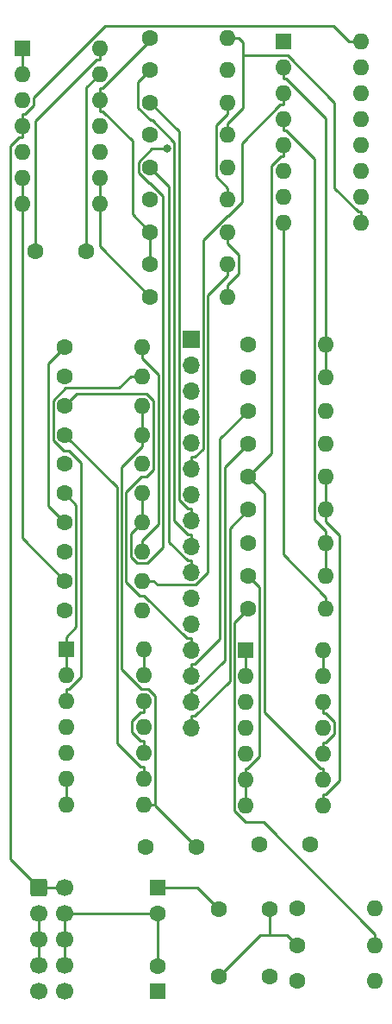
<source format=gbr>
%TF.GenerationSoftware,KiCad,Pcbnew,(6.0.0)*%
%TF.CreationDate,2022-10-17T09:45:21-04:00*%
%TF.ProjectId,ASVCA,41535643-412e-46b6-9963-61645f706362,rev?*%
%TF.SameCoordinates,Original*%
%TF.FileFunction,Copper,L1,Top*%
%TF.FilePolarity,Positive*%
%FSLAX46Y46*%
G04 Gerber Fmt 4.6, Leading zero omitted, Abs format (unit mm)*
G04 Created by KiCad (PCBNEW (6.0.0)) date 2022-10-17 09:45:21*
%MOMM*%
%LPD*%
G01*
G04 APERTURE LIST*
G04 Aperture macros list*
%AMRoundRect*
0 Rectangle with rounded corners*
0 $1 Rounding radius*
0 $2 $3 $4 $5 $6 $7 $8 $9 X,Y pos of 4 corners*
0 Add a 4 corners polygon primitive as box body*
4,1,4,$2,$3,$4,$5,$6,$7,$8,$9,$2,$3,0*
0 Add four circle primitives for the rounded corners*
1,1,$1+$1,$2,$3*
1,1,$1+$1,$4,$5*
1,1,$1+$1,$6,$7*
1,1,$1+$1,$8,$9*
0 Add four rect primitives between the rounded corners*
20,1,$1+$1,$2,$3,$4,$5,0*
20,1,$1+$1,$4,$5,$6,$7,0*
20,1,$1+$1,$6,$7,$8,$9,0*
20,1,$1+$1,$8,$9,$2,$3,0*%
G04 Aperture macros list end*
%TA.AperFunction,ComponentPad*%
%ADD10R,1.600000X1.600000*%
%TD*%
%TA.AperFunction,ComponentPad*%
%ADD11C,1.600000*%
%TD*%
%TA.AperFunction,ComponentPad*%
%ADD12O,1.600000X1.600000*%
%TD*%
%TA.AperFunction,ComponentPad*%
%ADD13RoundRect,0.250000X-0.600000X-0.600000X0.600000X-0.600000X0.600000X0.600000X-0.600000X0.600000X0*%
%TD*%
%TA.AperFunction,ComponentPad*%
%ADD14C,1.700000*%
%TD*%
%TA.AperFunction,ComponentPad*%
%ADD15R,1.700000X1.700000*%
%TD*%
%TA.AperFunction,ComponentPad*%
%ADD16O,1.700000X1.700000*%
%TD*%
%TA.AperFunction,ViaPad*%
%ADD17C,0.800000*%
%TD*%
%TA.AperFunction,Conductor*%
%ADD18C,0.250000*%
%TD*%
G04 APERTURE END LIST*
D10*
%TO.P,C1,1*%
%TO.N,+12V*%
X66675000Y-109284900D03*
D11*
%TO.P,C1,2*%
%TO.N,GND*%
X66675000Y-111784900D03*
%TD*%
%TO.P,R3,1*%
%TO.N,PosRef*%
X80391000Y-111252000D03*
D12*
%TO.P,R3,2*%
%TO.N,GND*%
X88011000Y-111252000D03*
%TD*%
D11*
%TO.P,R25,1*%
%TO.N,CVIN1*%
X75565000Y-65722500D03*
D12*
%TO.P,R25,2*%
%TO.N,Net-(R25-Pad2)*%
X83185000Y-65722500D03*
%TD*%
D11*
%TO.P,R30,1*%
%TO.N,GND*%
X75565000Y-56007000D03*
D12*
%TO.P,R30,2*%
%TO.N,in1*%
X83185000Y-56007000D03*
%TD*%
D11*
%TO.P,R10,1*%
%TO.N,Net-(R10-Pad1)*%
X57531000Y-79177400D03*
D12*
%TO.P,R10,2*%
%TO.N,in3b*%
X65151000Y-79177400D03*
%TD*%
D11*
%TO.P,R2,1*%
%TO.N,NegRef*%
X75565000Y-81915000D03*
D12*
%TO.P,R2,2*%
%TO.N,-12V*%
X83185000Y-81915000D03*
%TD*%
D11*
%TO.P,R24,1*%
%TO.N,INPUT1*%
X75565000Y-62484000D03*
D12*
%TO.P,R24,2*%
%TO.N,Net-(R24-Pad2)*%
X83185000Y-62484000D03*
%TD*%
D11*
%TO.P,R7,1*%
%TO.N,CVIN3*%
X65913000Y-29083000D03*
D12*
%TO.P,R7,2*%
%TO.N,Net-(R7-Pad2)*%
X73533000Y-29083000D03*
%TD*%
D11*
%TO.P,C3,1*%
%TO.N,+12V*%
X72684000Y-111379000D03*
%TO.P,C3,2*%
%TO.N,GND*%
X77684000Y-111379000D03*
%TD*%
%TO.P,R5,1*%
%TO.N,INPUT3a*%
X65913000Y-38608000D03*
D12*
%TO.P,R5,2*%
%TO.N,Net-(R5-Pad2)*%
X73533000Y-38608000D03*
%TD*%
D11*
%TO.P,R21,1*%
%TO.N,OUTPUT2*%
X57531000Y-61990100D03*
D12*
%TO.P,R21,2*%
%TO.N,Net-(C6-Pad2)*%
X65151000Y-61990100D03*
%TD*%
D11*
%TO.P,R18,1*%
%TO.N,Iout2*%
X57531000Y-64854700D03*
D12*
%TO.P,R18,2*%
%TO.N,Net-(C6-Pad2)*%
X65151000Y-64854700D03*
%TD*%
D11*
%TO.P,R31,1*%
%TO.N,GND*%
X75565000Y-75438000D03*
D12*
%TO.P,R31,2*%
%TO.N,VCntrl1*%
X83185000Y-75438000D03*
%TD*%
D11*
%TO.P,R4,1*%
%TO.N,GND*%
X80391000Y-114935000D03*
D12*
%TO.P,R4,2*%
%TO.N,NegRef*%
X88011000Y-114935000D03*
%TD*%
D13*
%TO.P,J1,1,Pin_1*%
%TO.N,+12V*%
X55000500Y-109220000D03*
D14*
%TO.P,J1,2,Pin_2*%
X57540500Y-109220000D03*
%TO.P,J1,3,Pin_3*%
%TO.N,GND*%
X55000500Y-111760000D03*
%TO.P,J1,4,Pin_4*%
X57540500Y-111760000D03*
%TO.P,J1,5,Pin_5*%
X55000500Y-114300000D03*
%TO.P,J1,6,Pin_6*%
X57540500Y-114300000D03*
%TO.P,J1,7,Pin_7*%
X55000500Y-116840000D03*
%TO.P,J1,8,Pin_8*%
X57540500Y-116840000D03*
%TO.P,J1,9,Pin_9*%
%TO.N,-12V*%
X55000500Y-119380000D03*
%TO.P,J1,10,Pin_10*%
X57540500Y-119380000D03*
%TD*%
D10*
%TO.P,U2,1*%
%TO.N,Net-(R9-Pad1)*%
X53350000Y-26919000D03*
D12*
%TO.P,U2,2,-*%
X53350000Y-29459000D03*
%TO.P,U2,3,+*%
%TO.N,Net-(R5-Pad2)*%
X53350000Y-31999000D03*
%TO.P,U2,4,V+*%
%TO.N,+12V*%
X53350000Y-34539000D03*
%TO.P,U2,5,+*%
%TO.N,Net-(R6-Pad2)*%
X53350000Y-37079000D03*
%TO.P,U2,6,-*%
%TO.N,Net-(R10-Pad1)*%
X53350000Y-39619000D03*
%TO.P,U2,7*%
X53350000Y-42159000D03*
%TO.P,U2,8*%
%TO.N,Net-(R11-Pad1)*%
X60970000Y-42159000D03*
%TO.P,U2,9,-*%
X60970000Y-39619000D03*
%TO.P,U2,10,+*%
%TO.N,Net-(R7-Pad2)*%
X60970000Y-37079000D03*
%TO.P,U2,11,V-*%
%TO.N,-12V*%
X60970000Y-34539000D03*
%TO.P,U2,12,+*%
%TO.N,GND*%
X60970000Y-31999000D03*
%TO.P,U2,13,-*%
%TO.N,Iout3*%
X60970000Y-29459000D03*
%TO.P,U2,14*%
%TO.N,Net-(C5-Pad2)*%
X60970000Y-26919000D03*
%TD*%
D11*
%TO.P,R15,1*%
%TO.N,GND*%
X65913000Y-44958000D03*
D12*
%TO.P,R15,2*%
%TO.N,VCntrl3*%
X73533000Y-44958000D03*
%TD*%
D11*
%TO.P,R6,1*%
%TO.N,INPUT3b*%
X57531000Y-67719200D03*
D12*
%TO.P,R6,2*%
%TO.N,Net-(R6-Pad2)*%
X65151000Y-67719200D03*
%TD*%
D11*
%TO.P,R19,1*%
%TO.N,Net-(R19-Pad1)*%
X57531000Y-70583800D03*
D12*
%TO.P,R19,2*%
%TO.N,in2*%
X65151000Y-70583800D03*
%TD*%
D11*
%TO.P,C5,1*%
%TO.N,Iout3*%
X59650000Y-46863000D03*
%TO.P,C5,2*%
%TO.N,Net-(C5-Pad2)*%
X54650000Y-46863000D03*
%TD*%
%TO.P,C4,1*%
%TO.N,GND*%
X72684000Y-117983000D03*
%TO.P,C4,2*%
%TO.N,-12V*%
X77684000Y-117983000D03*
%TD*%
%TO.P,R9,1*%
%TO.N,Net-(R9-Pad1)*%
X65913000Y-35433000D03*
D12*
%TO.P,R9,2*%
%TO.N,in3a*%
X73533000Y-35433000D03*
%TD*%
D10*
%TO.P,C2,1*%
%TO.N,-12V*%
X66675000Y-119442100D03*
D11*
%TO.P,C2,2*%
%TO.N,GND*%
X66675000Y-116942100D03*
%TD*%
%TO.P,R27,1*%
%TO.N,Net-(R27-Pad1)*%
X75565000Y-59245500D03*
D12*
%TO.P,R27,2*%
%TO.N,in1*%
X83185000Y-59245500D03*
%TD*%
D11*
%TO.P,R17,1*%
%TO.N,CVIN2*%
X57531000Y-82042000D03*
D12*
%TO.P,R17,2*%
%TO.N,Net-(R17-Pad2)*%
X65151000Y-82042000D03*
%TD*%
D11*
%TO.P,R28,1*%
%TO.N,Net-(R28-Pad1)*%
X75565000Y-78676500D03*
D12*
%TO.P,R28,2*%
%TO.N,VCntrl1*%
X83185000Y-78676500D03*
%TD*%
D10*
%TO.P,U3,1*%
%TO.N,Net-(R19-Pad1)*%
X57668000Y-85847000D03*
D12*
%TO.P,U3,2,-*%
X57668000Y-88387000D03*
%TO.P,U3,3,+*%
%TO.N,Net-(R16-Pad2)*%
X57668000Y-90927000D03*
%TO.P,U3,4*%
%TO.N,N/C*%
X57668000Y-93467000D03*
%TO.P,U3,5,+*%
%TO.N,Net-(R17-Pad2)*%
X57668000Y-96007000D03*
%TO.P,U3,6,-*%
%TO.N,Net-(R20-Pad1)*%
X57668000Y-98547000D03*
%TO.P,U3,7*%
X57668000Y-101087000D03*
%TO.P,U3,8*%
%TO.N,Net-(C6-Pad2)*%
X65288000Y-101087000D03*
%TO.P,U3,9,-*%
%TO.N,Iout2*%
X65288000Y-98547000D03*
%TO.P,U3,10,+*%
%TO.N,GND*%
X65288000Y-96007000D03*
%TO.P,U3,11*%
%TO.N,N/C*%
X65288000Y-93467000D03*
%TO.P,U3,12,+*%
%TO.N,GND*%
X65288000Y-90927000D03*
%TO.P,U3,13,-*%
%TO.N,Net-(U3-Pad13)*%
X65288000Y-88387000D03*
%TO.P,U3,14*%
X65288000Y-85847000D03*
%TD*%
D11*
%TO.P,C6,1*%
%TO.N,Iout2*%
X65445000Y-105283000D03*
%TO.P,C6,2*%
%TO.N,Net-(C6-Pad2)*%
X70445000Y-105283000D03*
%TD*%
%TO.P,R20,1*%
%TO.N,Net-(R20-Pad1)*%
X57531000Y-76312900D03*
D12*
%TO.P,R20,2*%
%TO.N,VCntrl2*%
X65151000Y-76312900D03*
%TD*%
D11*
%TO.P,R26,1*%
%TO.N,Iout1*%
X75565000Y-68961000D03*
D12*
%TO.P,R26,2*%
%TO.N,Net-(C7-Pad2)*%
X83185000Y-68961000D03*
%TD*%
D11*
%TO.P,R12,1*%
%TO.N,OUTPUT3*%
X65913000Y-32258000D03*
D12*
%TO.P,R12,2*%
%TO.N,Net-(C5-Pad2)*%
X73533000Y-32258000D03*
%TD*%
D11*
%TO.P,R14,1*%
%TO.N,GND*%
X65913000Y-48133000D03*
D12*
%TO.P,R14,2*%
%TO.N,in3b*%
X73533000Y-48133000D03*
%TD*%
D10*
%TO.P,U1,1,GND*%
%TO.N,GND*%
X79004000Y-26279000D03*
D12*
%TO.P,U1,2,In1*%
%TO.N,in1*%
X79004000Y-28819000D03*
%TO.P,U1,3,CVMix1*%
%TO.N,to_CVMix1*%
X79004000Y-31359000D03*
%TO.P,U1,4,Vcntrl1*%
%TO.N,VCntrl1*%
X79004000Y-33899000D03*
%TO.P,U1,5,Iout1*%
%TO.N,Iout1*%
X79004000Y-36439000D03*
%TO.P,U1,6,Iout3*%
%TO.N,Iout3*%
X79004000Y-38979000D03*
%TO.P,U1,7,Vcntrl3*%
%TO.N,VCntrl3*%
X79004000Y-41519000D03*
%TO.P,U1,8,VEE*%
%TO.N,-12V*%
X79004000Y-44059000D03*
%TO.P,U1,9,In3a*%
%TO.N,in3a*%
X86624000Y-44059000D03*
%TO.P,U1,10,In3b*%
%TO.N,in3b*%
X86624000Y-41519000D03*
%TO.P,U1,11,CVMix3*%
%TO.N,to_CVMix3*%
X86624000Y-38979000D03*
%TO.P,U1,12,Iout2*%
%TO.N,Iout2*%
X86624000Y-36439000D03*
%TO.P,U1,13,Vcntrl2*%
%TO.N,VCntrl2*%
X86624000Y-33899000D03*
%TO.P,U1,14,CVMix2*%
%TO.N,to_CVMix2*%
X86624000Y-31359000D03*
%TO.P,U1,15,In2*%
%TO.N,in2*%
X86624000Y-28819000D03*
%TO.P,U1,16,VCC*%
%TO.N,+12V*%
X86624000Y-26279000D03*
%TD*%
D11*
%TO.P,R8,1*%
%TO.N,Iout3*%
X65913000Y-41783000D03*
D12*
%TO.P,R8,2*%
%TO.N,Net-(C5-Pad2)*%
X73533000Y-41783000D03*
%TD*%
D15*
%TO.P,J12,1,Pin_1*%
%TO.N,GND*%
X69977000Y-55499000D03*
D16*
%TO.P,J12,2,Pin_2*%
%TO.N,PosRef*%
X69977000Y-58039000D03*
%TO.P,J12,3,Pin_3*%
%TO.N,NegRef*%
X69977000Y-60579000D03*
%TO.P,J12,4,Pin_4*%
%TO.N,to_CVMix3*%
X69977000Y-63119000D03*
%TO.P,J12,5,Pin_5*%
%TO.N,to_CVMix2*%
X69977000Y-65659000D03*
%TO.P,J12,6,Pin_6*%
%TO.N,to_CVMix1*%
X69977000Y-68199000D03*
%TO.P,J12,7,Pin_7*%
%TO.N,INPUT3b*%
X69977000Y-70739000D03*
%TO.P,J12,8,Pin_8*%
%TO.N,OUTPUT3*%
X69977000Y-73279000D03*
%TO.P,J12,9,Pin_9*%
%TO.N,CVIN3*%
X69977000Y-75819000D03*
%TO.P,J12,10,Pin_10*%
%TO.N,INPUT3a*%
X69977000Y-78359000D03*
%TO.P,J12,11,Pin_11*%
%TO.N,INPUT2*%
X69977000Y-80899000D03*
%TO.P,J12,12,Pin_12*%
%TO.N,CVIN2*%
X69977000Y-83439000D03*
%TO.P,J12,13,Pin_13*%
%TO.N,OUTPUT2*%
X69977000Y-85979000D03*
%TO.P,J12,14,Pin_14*%
%TO.N,INPUT1*%
X69977000Y-88519000D03*
%TO.P,J12,15,Pin_15*%
%TO.N,CVIN1*%
X69977000Y-91059000D03*
%TO.P,J12,16,Pin_16*%
%TO.N,OUTPUT1*%
X69977000Y-93599000D03*
%TD*%
D11*
%TO.P,R22,1*%
%TO.N,GND*%
X57531000Y-73448300D03*
D12*
%TO.P,R22,2*%
%TO.N,in2*%
X65151000Y-73448300D03*
%TD*%
D11*
%TO.P,C7,1*%
%TO.N,Iout1*%
X76621000Y-105029000D03*
%TO.P,C7,2*%
%TO.N,Net-(C7-Pad2)*%
X81621000Y-105029000D03*
%TD*%
%TO.P,R29,1*%
%TO.N,OUTPUT1*%
X75565000Y-72199500D03*
D12*
%TO.P,R29,2*%
%TO.N,Net-(C7-Pad2)*%
X83185000Y-72199500D03*
%TD*%
D11*
%TO.P,R1,1*%
%TO.N,+12V*%
X80391000Y-118364000D03*
D12*
%TO.P,R1,2*%
%TO.N,PosRef*%
X88011000Y-118364000D03*
%TD*%
D11*
%TO.P,R16,1*%
%TO.N,INPUT2*%
X57531000Y-59125600D03*
D12*
%TO.P,R16,2*%
%TO.N,Net-(R16-Pad2)*%
X65151000Y-59125600D03*
%TD*%
D11*
%TO.P,R11,1*%
%TO.N,Net-(R11-Pad1)*%
X65913000Y-51308000D03*
D12*
%TO.P,R11,2*%
%TO.N,VCntrl3*%
X73533000Y-51308000D03*
%TD*%
D11*
%TO.P,R23,1*%
%TO.N,GND*%
X57531000Y-56261000D03*
D12*
%TO.P,R23,2*%
%TO.N,VCntrl2*%
X65151000Y-56261000D03*
%TD*%
D10*
%TO.P,U4,1*%
%TO.N,Net-(R27-Pad1)*%
X75321000Y-85974000D03*
D12*
%TO.P,U4,2,-*%
X75321000Y-88514000D03*
%TO.P,U4,3,+*%
%TO.N,Net-(R24-Pad2)*%
X75321000Y-91054000D03*
%TO.P,U4,4*%
%TO.N,N/C*%
X75321000Y-93594000D03*
%TO.P,U4,5,+*%
%TO.N,Net-(R25-Pad2)*%
X75321000Y-96134000D03*
%TO.P,U4,6,-*%
%TO.N,Net-(R28-Pad1)*%
X75321000Y-98674000D03*
%TO.P,U4,7*%
X75321000Y-101214000D03*
%TO.P,U4,8*%
%TO.N,Net-(C7-Pad2)*%
X82941000Y-101214000D03*
%TO.P,U4,9,-*%
%TO.N,Iout1*%
X82941000Y-98674000D03*
%TO.P,U4,10,+*%
%TO.N,GND*%
X82941000Y-96134000D03*
%TO.P,U4,11*%
%TO.N,N/C*%
X82941000Y-93594000D03*
%TO.P,U4,12,+*%
%TO.N,GND*%
X82941000Y-91054000D03*
%TO.P,U4,13,-*%
%TO.N,Net-(U4-Pad13)*%
X82941000Y-88514000D03*
%TO.P,U4,14*%
X82941000Y-85974000D03*
%TD*%
D11*
%TO.P,R13,1*%
%TO.N,GND*%
X65913000Y-25908000D03*
D12*
%TO.P,R13,2*%
%TO.N,in3a*%
X73533000Y-25908000D03*
%TD*%
D17*
%TO.N,in2*%
X67591800Y-36794900D03*
%TD*%
D18*
%TO.N,+12V*%
X53350000Y-34539000D02*
X53350000Y-33413700D01*
X55000500Y-109220000D02*
X57540500Y-109220000D01*
X54475300Y-31784700D02*
X54475300Y-32569800D01*
X86624000Y-26279000D02*
X85498700Y-26279000D01*
X52221900Y-106441400D02*
X55000500Y-109220000D01*
X53350000Y-35664300D02*
X53068700Y-35664300D01*
X83953300Y-24733600D02*
X61526400Y-24733600D01*
X53631400Y-33413700D02*
X53350000Y-33413700D01*
X53068700Y-35664300D02*
X52221900Y-36511100D01*
X54475300Y-32569800D02*
X53631400Y-33413700D01*
X70589900Y-109284900D02*
X72684000Y-111379000D01*
X61526400Y-24733600D02*
X54475300Y-31784700D01*
X53350000Y-34539000D02*
X53350000Y-35664300D01*
X66675000Y-109284900D02*
X70589900Y-109284900D01*
X85498700Y-26279000D02*
X83953300Y-24733600D01*
X52221900Y-36511100D02*
X52221900Y-106441400D01*
%TO.N,GND*%
X61251300Y-30873700D02*
X60970000Y-30873700D01*
X55939400Y-71856700D02*
X57531000Y-73448300D01*
X82941000Y-96134000D02*
X82941000Y-95008700D01*
X65913000Y-26212000D02*
X61251300Y-30873700D01*
X60970000Y-31999000D02*
X60970000Y-33124300D01*
X57540500Y-116840000D02*
X57540500Y-114300000D01*
X64184700Y-43229700D02*
X64184700Y-36057600D01*
X77684000Y-113914700D02*
X77684000Y-111379000D01*
X57565400Y-114275100D02*
X57565400Y-111784900D01*
X65913000Y-44958000D02*
X64184700Y-43229700D01*
X77684000Y-113914700D02*
X79370700Y-113914700D01*
X72684000Y-117983000D02*
X76752300Y-113914700D01*
X57531000Y-56261000D02*
X55939400Y-57852600D01*
X55939400Y-57852600D02*
X55939400Y-71856700D01*
X64162700Y-94037700D02*
X64162700Y-92896200D01*
X65006600Y-92052300D02*
X65288000Y-92052300D01*
X55000500Y-114300000D02*
X55000500Y-111760000D01*
X82941000Y-91054000D02*
X82941000Y-92179300D01*
X83222400Y-95008700D02*
X82941000Y-95008700D01*
X57565400Y-111784900D02*
X57540500Y-111760000D01*
X66675000Y-111784900D02*
X57565400Y-111784900D01*
X84066300Y-94164800D02*
X83222400Y-95008700D01*
X82941000Y-92179300D02*
X83222300Y-92179300D01*
X65006700Y-94881700D02*
X64162700Y-94037700D01*
X79370700Y-113914700D02*
X80391000Y-114935000D01*
X64162700Y-92896200D02*
X65006600Y-92052300D01*
X65288000Y-90927000D02*
X65288000Y-92052300D01*
X55000500Y-116840000D02*
X55000500Y-114300000D01*
X57540500Y-114300000D02*
X57565400Y-114275100D01*
X65913000Y-48133000D02*
X65913000Y-44958000D01*
X65288000Y-96007000D02*
X65288000Y-94881700D01*
X65913000Y-25908000D02*
X65913000Y-26212000D01*
X83222300Y-92179300D02*
X84066300Y-93023300D01*
X65288000Y-94881700D02*
X65006700Y-94881700D01*
X60970000Y-31999000D02*
X60970000Y-30873700D01*
X66675000Y-116942100D02*
X66675000Y-111784900D01*
X64184700Y-36057600D02*
X61251400Y-33124300D01*
X76752300Y-113914700D02*
X77684000Y-113914700D01*
X84066300Y-93023300D02*
X84066300Y-94164800D01*
X61251400Y-33124300D02*
X60970000Y-33124300D01*
%TO.N,-12V*%
X79004000Y-44059000D02*
X79004000Y-76608700D01*
X79004000Y-76608700D02*
X83185000Y-80789700D01*
X83185000Y-81915000D02*
X83185000Y-80789700D01*
%TO.N,Iout3*%
X59650000Y-30779000D02*
X59650000Y-46863000D01*
X60970000Y-29459000D02*
X59650000Y-30779000D01*
%TO.N,Net-(C5-Pad2)*%
X72407700Y-34508600D02*
X72407700Y-39532400D01*
X60688700Y-28044300D02*
X60970000Y-28044300D01*
X54650000Y-46863000D02*
X54650000Y-34083000D01*
X72407700Y-39532400D02*
X73533000Y-40657700D01*
X73533000Y-33383300D02*
X72407700Y-34508600D01*
X73533000Y-41783000D02*
X73533000Y-40657700D01*
X54650000Y-34083000D02*
X60688700Y-28044300D01*
X73533000Y-32258000D02*
X73533000Y-33383300D01*
X60970000Y-26919000D02*
X60970000Y-28044300D01*
%TO.N,Iout2*%
X65288000Y-98547000D02*
X65288000Y-97421700D01*
X62674800Y-95089800D02*
X65006700Y-97421700D01*
X62674800Y-69998500D02*
X62674800Y-95089800D01*
X57531000Y-64854700D02*
X62674800Y-69998500D01*
X65006700Y-97421700D02*
X65288000Y-97421700D01*
%TO.N,Net-(C6-Pad2)*%
X65063400Y-89790100D02*
X65764500Y-89790100D01*
X65764500Y-89790100D02*
X66413300Y-90438900D01*
X65151000Y-65980000D02*
X63125100Y-68005900D01*
X65151000Y-61990100D02*
X65151000Y-64854700D01*
X70445000Y-105283000D02*
X66413300Y-101251300D01*
X63125100Y-68005900D02*
X63125100Y-87851800D01*
X65151000Y-64854700D02*
X65151000Y-65980000D01*
X63125100Y-87851800D02*
X65063400Y-89790100D01*
X66413300Y-90438900D02*
X66413300Y-101087000D01*
X65288000Y-101087000D02*
X66413300Y-101087000D01*
X66413300Y-101251300D02*
X66413300Y-101087000D01*
%TO.N,Iout1*%
X78811200Y-37564300D02*
X79004000Y-37564300D01*
X77146600Y-92035600D02*
X82659700Y-97548700D01*
X75565000Y-68961000D02*
X77146600Y-70542600D01*
X75565000Y-68961000D02*
X77878700Y-66647300D01*
X77146600Y-70542600D02*
X77146600Y-92035600D01*
X79004000Y-36439000D02*
X79004000Y-37564300D01*
X82941000Y-98674000D02*
X82941000Y-97548700D01*
X77878700Y-38496800D02*
X78811200Y-37564300D01*
X82659700Y-97548700D02*
X82941000Y-97548700D01*
X77878700Y-66647300D02*
X77878700Y-38496800D01*
%TO.N,Net-(C7-Pad2)*%
X83222300Y-100088700D02*
X84534800Y-98776200D01*
X83185000Y-72199500D02*
X83185000Y-73324800D01*
X82941000Y-100088700D02*
X83222300Y-100088700D01*
X84534800Y-74674600D02*
X83185000Y-73324800D01*
X84534800Y-98776200D02*
X84534800Y-74674600D01*
X83185000Y-68961000D02*
X83185000Y-72199500D01*
X82941000Y-101214000D02*
X82941000Y-100088700D01*
%TO.N,NegRef*%
X75339100Y-102861300D02*
X77062600Y-102861300D01*
X75565000Y-81915000D02*
X74195600Y-83284400D01*
X77062600Y-102861300D02*
X88011000Y-113809700D01*
X88011000Y-114935000D02*
X88011000Y-113809700D01*
X74195600Y-83284400D02*
X74195600Y-101717800D01*
X74195600Y-101717800D02*
X75339100Y-102861300D01*
%TO.N,INPUT3a*%
X67775600Y-75349600D02*
X69609700Y-77183700D01*
X69977000Y-78359000D02*
X69977000Y-77183700D01*
X65913000Y-38608000D02*
X67775600Y-40470600D01*
X67775600Y-40470600D02*
X67775600Y-75349600D01*
X69609700Y-77183700D02*
X69977000Y-77183700D01*
%TO.N,CVIN3*%
X68317100Y-36203100D02*
X66134300Y-34020300D01*
X68317100Y-73311700D02*
X68317100Y-36203100D01*
X69649100Y-74643700D02*
X68317100Y-73311700D01*
X69977000Y-74643700D02*
X69649100Y-74643700D01*
X66134300Y-34020300D02*
X66005200Y-34020300D01*
X64761100Y-32776200D02*
X64761100Y-30234900D01*
X64761100Y-30234900D02*
X65913000Y-29083000D01*
X69977000Y-75819000D02*
X69977000Y-74643700D01*
X66005200Y-34020300D02*
X64761100Y-32776200D01*
%TO.N,in3a*%
X75075900Y-32764800D02*
X73533000Y-34307700D01*
X79458600Y-27672100D02*
X84065100Y-32278600D01*
X73533000Y-25908000D02*
X74658300Y-25908000D01*
X86624000Y-44059000D02*
X86624000Y-42933700D01*
X75075900Y-27672100D02*
X79458600Y-27672100D01*
X84065100Y-32278600D02*
X84065100Y-40637300D01*
X73533000Y-35433000D02*
X73533000Y-34307700D01*
X74658300Y-25908000D02*
X75075900Y-26325600D01*
X86361500Y-42933700D02*
X86624000Y-42933700D01*
X75075900Y-26325600D02*
X75075900Y-27672100D01*
X84065100Y-40637300D02*
X86361500Y-42933700D01*
X75075900Y-27672100D02*
X75075900Y-32764800D01*
%TO.N,Net-(R9-Pad1)*%
X53350000Y-26919000D02*
X53350000Y-29459000D01*
%TO.N,in3b*%
X71605800Y-51185500D02*
X73533000Y-49258300D01*
X73533000Y-48133000D02*
X73533000Y-49258300D01*
X70427000Y-79572500D02*
X71605800Y-78393700D01*
X71605800Y-78393700D02*
X71605800Y-51185500D01*
X66276300Y-79177400D02*
X66671400Y-79572500D01*
X65151000Y-79177400D02*
X66276300Y-79177400D01*
X66671400Y-79572500D02*
X70427000Y-79572500D01*
%TO.N,Net-(R10-Pad1)*%
X53350000Y-74996400D02*
X57531000Y-79177400D01*
X53350000Y-42159000D02*
X53350000Y-74996400D01*
X53350000Y-39619000D02*
X53350000Y-42159000D01*
%TO.N,VCntrl3*%
X73533000Y-44958000D02*
X73533000Y-46083300D01*
X73533000Y-51308000D02*
X73533000Y-50182700D01*
X74658300Y-49057400D02*
X73533000Y-50182700D01*
X73533000Y-46083300D02*
X74658300Y-47208600D01*
X74658300Y-47208600D02*
X74658300Y-49057400D01*
%TO.N,Net-(R11-Pad1)*%
X60970000Y-43284300D02*
X60970000Y-46365000D01*
X60970000Y-46365000D02*
X65913000Y-51308000D01*
X60970000Y-39619000D02*
X60970000Y-42159000D01*
X60970000Y-42159000D02*
X60970000Y-43284300D01*
%TO.N,OUTPUT3*%
X69648900Y-72103700D02*
X68767400Y-71222200D01*
X68767400Y-35112400D02*
X65913000Y-32258000D01*
X68767400Y-71222200D02*
X68767400Y-35112400D01*
X69977000Y-72103700D02*
X69648900Y-72103700D01*
X69977000Y-73279000D02*
X69977000Y-72103700D01*
%TO.N,Net-(R16-Pad2)*%
X57949300Y-89801700D02*
X57668000Y-89801700D01*
X57668000Y-90927000D02*
X57668000Y-89801700D01*
X59139400Y-88611600D02*
X57949300Y-89801700D01*
X57446500Y-66446100D02*
X57966000Y-66446100D01*
X65151000Y-59125600D02*
X64025700Y-59125600D01*
X57966000Y-66446100D02*
X59139400Y-67619500D01*
X56389800Y-61516300D02*
X56389800Y-65389400D01*
X57655200Y-60250900D02*
X56389800Y-61516300D01*
X64025700Y-59125600D02*
X62900400Y-60250900D01*
X59139400Y-67619500D02*
X59139400Y-88611600D01*
X56389800Y-65389400D02*
X57446500Y-66446100D01*
X62900400Y-60250900D02*
X57655200Y-60250900D01*
%TO.N,in2*%
X65918800Y-40171700D02*
X67177500Y-41430400D01*
X66087900Y-36794900D02*
X64787600Y-38095200D01*
X64787600Y-39111300D02*
X65848000Y-40171700D01*
X64640100Y-77450300D02*
X64025700Y-76835900D01*
X67177500Y-41430400D02*
X67177500Y-75888100D01*
X65151000Y-73448300D02*
X65151000Y-70583800D01*
X67591800Y-36794900D02*
X66087900Y-36794900D01*
X67177500Y-75888100D02*
X65615300Y-77450300D01*
X65615300Y-77450300D02*
X64640100Y-77450300D01*
X64787600Y-38095200D02*
X64787600Y-39111300D01*
X64025700Y-76835900D02*
X64025700Y-74573600D01*
X64025700Y-74573600D02*
X65151000Y-73448300D01*
X65848000Y-40171700D02*
X65918800Y-40171700D01*
%TO.N,Net-(R19-Pad1)*%
X57668000Y-88387000D02*
X57668000Y-85847000D01*
X58665400Y-83724300D02*
X57668000Y-84721700D01*
X57531000Y-70583800D02*
X58665400Y-71718200D01*
X57668000Y-85847000D02*
X57668000Y-84721700D01*
X58665400Y-71718200D02*
X58665400Y-83724300D01*
%TO.N,VCntrl2*%
X65151000Y-76312900D02*
X65151000Y-75187600D01*
X65151000Y-57386300D02*
X66727100Y-58962400D01*
X66727100Y-73611500D02*
X65151000Y-75187600D01*
X66727100Y-58962400D02*
X66727100Y-73611500D01*
X65151000Y-56261000D02*
X65151000Y-57386300D01*
%TO.N,Net-(R20-Pad1)*%
X57668000Y-101087000D02*
X57668000Y-98547000D01*
%TO.N,OUTPUT2*%
X69541800Y-84803700D02*
X69977000Y-84803700D01*
X65347800Y-80609700D02*
X69541800Y-84803700D01*
X66276300Y-61518100D02*
X66276300Y-68253600D01*
X65095800Y-68992300D02*
X63575400Y-70512700D01*
X58676400Y-60844700D02*
X65602900Y-60844700D01*
X63575400Y-70512700D02*
X63575400Y-79250200D01*
X64934900Y-80609700D02*
X65347800Y-80609700D01*
X69977000Y-85979000D02*
X69977000Y-84803700D01*
X57531000Y-61990100D02*
X58676400Y-60844700D01*
X65602900Y-60844700D02*
X66276300Y-61518100D01*
X66276300Y-68253600D02*
X65537600Y-68992300D01*
X65537600Y-68992300D02*
X65095800Y-68992300D01*
X63575400Y-79250200D02*
X64934900Y-80609700D01*
%TO.N,INPUT1*%
X75565000Y-62484000D02*
X72781400Y-65267600D01*
X72781400Y-84836900D02*
X70274600Y-87343700D01*
X72781400Y-65267600D02*
X72781400Y-84836900D01*
X70274600Y-87343700D02*
X69977000Y-87343700D01*
X69977000Y-88519000D02*
X69977000Y-87343700D01*
%TO.N,in1*%
X83185000Y-33844000D02*
X83185000Y-56007000D01*
X79285300Y-29944300D02*
X83185000Y-33844000D01*
X83185000Y-56007000D02*
X83185000Y-59245500D01*
X79004000Y-29944300D02*
X79285300Y-29944300D01*
X79004000Y-28819000D02*
X79004000Y-29944300D01*
%TO.N,Net-(R27-Pad1)*%
X75321000Y-88514000D02*
X75321000Y-85974000D01*
%TO.N,VCntrl1*%
X79004000Y-35024300D02*
X79285300Y-35024300D01*
X79004000Y-33899000D02*
X79004000Y-35024300D01*
X83185000Y-75438000D02*
X83185000Y-78676500D01*
X79285300Y-35024300D02*
X82059700Y-37798700D01*
X82059700Y-73187400D02*
X83185000Y-74312700D01*
X82059700Y-37798700D02*
X82059700Y-73187400D01*
X83185000Y-75438000D02*
X83185000Y-74312700D01*
%TO.N,Net-(R28-Pad1)*%
X75565000Y-78676500D02*
X76696200Y-79807700D01*
X75321000Y-101214000D02*
X75321000Y-98674000D01*
X75497900Y-97548700D02*
X75321000Y-97548700D01*
X76696200Y-79807700D02*
X76696200Y-96350400D01*
X76696200Y-96350400D02*
X75497900Y-97548700D01*
X75321000Y-98674000D02*
X75321000Y-97548700D01*
%TO.N,OUTPUT1*%
X73745200Y-89022800D02*
X70344300Y-92423700D01*
X69977000Y-93599000D02*
X69977000Y-92423700D01*
X75565000Y-72199500D02*
X73745200Y-74019300D01*
X73745200Y-74019300D02*
X73745200Y-89022800D01*
X70344300Y-92423700D02*
X69977000Y-92423700D01*
%TO.N,to_CVMix1*%
X71152300Y-45714200D02*
X71152300Y-66215800D01*
X79004000Y-32484300D02*
X78722700Y-32484300D01*
X74972400Y-36234600D02*
X74972400Y-42017400D01*
X71152300Y-66215800D02*
X70344400Y-67023700D01*
X73619300Y-43370500D02*
X73496000Y-43370500D01*
X78722700Y-32484300D02*
X74972400Y-36234600D01*
X73496000Y-43370500D02*
X71152300Y-45714200D01*
X79004000Y-31359000D02*
X79004000Y-32484300D01*
X70344400Y-67023700D02*
X69977000Y-67023700D01*
X74972400Y-42017400D02*
X73619300Y-43370500D01*
X69977000Y-68199000D02*
X69977000Y-67023700D01*
%TO.N,Net-(U3-Pad13)*%
X65288000Y-85847000D02*
X65288000Y-88387000D01*
%TO.N,Net-(U4-Pad13)*%
X82941000Y-85974000D02*
X82941000Y-88514000D01*
%TO.N,CVIN1*%
X69977000Y-91059000D02*
X69977000Y-89883700D01*
X73246100Y-86981900D02*
X70344300Y-89883700D01*
X75565000Y-65722500D02*
X73246100Y-68041400D01*
X73246100Y-68041400D02*
X73246100Y-86981900D01*
X70344300Y-89883700D02*
X69977000Y-89883700D01*
%TD*%
M02*

</source>
